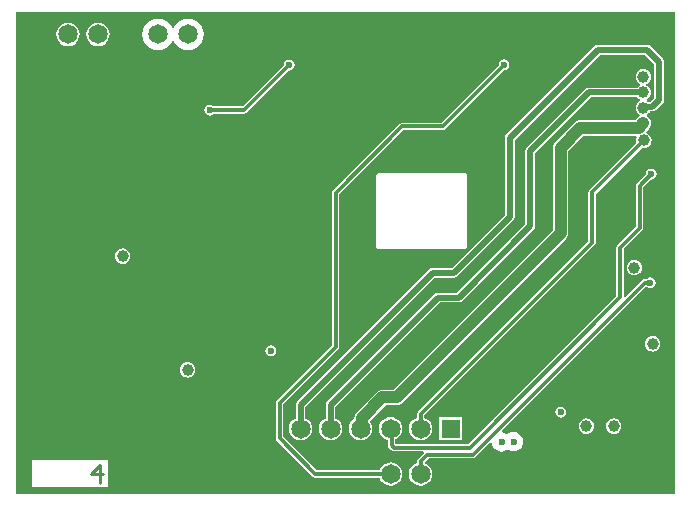
<source format=gbl>
G04*
G04 #@! TF.GenerationSoftware,Altium Limited,Altium Designer,20.0.13 (296)*
G04*
G04 Layer_Physical_Order=4*
G04 Layer_Color=16711680*
%FSLAX25Y25*%
%MOIN*%
G70*
G01*
G75*
%ADD56C,0.01200*%
%ADD57C,0.02000*%
%ADD58C,0.01181*%
%ADD60C,0.03937*%
%ADD61C,0.01000*%
%ADD62C,0.03937*%
%ADD63R,0.06496X0.06496*%
%ADD64C,0.06496*%
%ADD65C,0.02362*%
%ADD66C,0.01968*%
G36*
X221063Y1535D02*
X1575D01*
Y162205D01*
X221063D01*
Y1535D01*
D02*
G37*
%LPC*%
G36*
X58740Y159978D02*
X57370Y159798D01*
X56093Y159269D01*
X54997Y158428D01*
X54156Y157332D01*
X53990Y156931D01*
X53490D01*
X53324Y157332D01*
X52483Y158428D01*
X51387Y159269D01*
X50110Y159798D01*
X48740Y159978D01*
X47370Y159798D01*
X46093Y159269D01*
X44997Y158428D01*
X44156Y157332D01*
X43627Y156055D01*
X43447Y154685D01*
X43627Y153315D01*
X44156Y152038D01*
X44997Y150942D01*
X46093Y150101D01*
X47370Y149572D01*
X48740Y149392D01*
X50110Y149572D01*
X51387Y150101D01*
X52483Y150942D01*
X53324Y152038D01*
X53490Y152439D01*
X53990D01*
X54156Y152038D01*
X54997Y150942D01*
X56093Y150101D01*
X57370Y149572D01*
X58740Y149392D01*
X60110Y149572D01*
X61387Y150101D01*
X62483Y150942D01*
X63324Y152038D01*
X63853Y153315D01*
X64033Y154685D01*
X63853Y156055D01*
X63324Y157332D01*
X62483Y158428D01*
X61387Y159269D01*
X60110Y159798D01*
X58740Y159978D01*
D02*
G37*
G36*
X28740Y158557D02*
X27738Y158425D01*
X26804Y158038D01*
X26002Y157423D01*
X25387Y156621D01*
X25000Y155687D01*
X24869Y154685D01*
X25000Y153683D01*
X25387Y152749D01*
X26002Y151947D01*
X26804Y151332D01*
X27738Y150945D01*
X28740Y150813D01*
X29742Y150945D01*
X30676Y151332D01*
X31478Y151947D01*
X32093Y152749D01*
X32480Y153683D01*
X32612Y154685D01*
X32480Y155687D01*
X32093Y156621D01*
X31478Y157423D01*
X30676Y158038D01*
X29742Y158425D01*
X28740Y158557D01*
D02*
G37*
G36*
X18740D02*
X17738Y158425D01*
X16804Y158038D01*
X16002Y157423D01*
X15387Y156621D01*
X15000Y155687D01*
X14868Y154685D01*
X15000Y153683D01*
X15387Y152749D01*
X16002Y151947D01*
X16804Y151332D01*
X17738Y150945D01*
X18740Y150813D01*
X19742Y150945D01*
X20676Y151332D01*
X21478Y151947D01*
X22093Y152749D01*
X22480Y153683D01*
X22612Y154685D01*
X22480Y155687D01*
X22093Y156621D01*
X21478Y157423D01*
X20676Y158038D01*
X19742Y158425D01*
X18740Y158557D01*
D02*
G37*
G36*
X164094Y146373D02*
X163403Y146236D01*
X162817Y145844D01*
X162426Y145258D01*
X162288Y144567D01*
X162303Y144492D01*
X143159Y125348D01*
X130197D01*
X130197Y125348D01*
X129732Y125255D01*
X129339Y124992D01*
X129339Y124992D01*
X107104Y102758D01*
X106841Y102364D01*
X106749Y101900D01*
X106749Y101900D01*
Y51103D01*
X88394Y32748D01*
X88130Y32354D01*
X88038Y31890D01*
X88038Y31890D01*
Y20118D01*
X88038Y20118D01*
X88130Y19654D01*
X88394Y19260D01*
X100362Y7291D01*
X100362Y7291D01*
X100756Y7028D01*
X101221Y6936D01*
X101221Y6936D01*
X122608D01*
X122907Y6214D01*
X123522Y5412D01*
X124324Y4797D01*
X125258Y4410D01*
X126260Y4278D01*
X127262Y4410D01*
X128196Y4797D01*
X128998Y5412D01*
X129613Y6214D01*
X130000Y7147D01*
X130131Y8150D01*
X130000Y9152D01*
X129613Y10086D01*
X128998Y10887D01*
X128196Y11503D01*
X127262Y11889D01*
X126260Y12021D01*
X125258Y11889D01*
X124324Y11503D01*
X123522Y10887D01*
X122907Y10086D01*
X122608Y9364D01*
X101723D01*
X90466Y20621D01*
Y31387D01*
X108821Y49742D01*
X108821Y49742D01*
X109084Y50136D01*
X109177Y50600D01*
X109177Y50600D01*
Y101397D01*
X130700Y122920D01*
X143661D01*
X143661Y122920D01*
X144126Y123012D01*
X144520Y123275D01*
X164020Y142775D01*
X164094Y142761D01*
X164786Y142898D01*
X165372Y143290D01*
X165763Y143876D01*
X165901Y144567D01*
X165763Y145258D01*
X165372Y145844D01*
X164786Y146236D01*
X164094Y146373D01*
D02*
G37*
G36*
X92480Y146295D02*
X91789Y146157D01*
X91203Y145765D01*
X90812Y145179D01*
X90674Y144488D01*
X90689Y144413D01*
X76977Y130702D01*
X67264D01*
X67222Y130765D01*
X66636Y131157D01*
X65945Y131295D01*
X65254Y131157D01*
X64668Y130765D01*
X64276Y130179D01*
X64139Y129488D01*
X64276Y128797D01*
X64668Y128211D01*
X65254Y127819D01*
X65945Y127682D01*
X66636Y127819D01*
X67222Y128211D01*
X67264Y128274D01*
X77480D01*
X77480Y128274D01*
X77945Y128367D01*
X78339Y128630D01*
X92405Y142697D01*
X92480Y142682D01*
X93172Y142819D01*
X93758Y143211D01*
X94149Y143797D01*
X94287Y144488D01*
X94149Y145179D01*
X93758Y145765D01*
X93172Y146157D01*
X92480Y146295D01*
D02*
G37*
G36*
X211811Y151189D02*
X195354D01*
X194734Y151065D01*
X194208Y150714D01*
X164916Y121422D01*
X164565Y120896D01*
X164441Y120276D01*
Y94609D01*
X146700Y76868D01*
X140325D01*
X139704Y76744D01*
X139178Y76393D01*
X95113Y32328D01*
X94762Y31802D01*
X94638Y31181D01*
Y26790D01*
X94324Y26660D01*
X93522Y26045D01*
X92907Y25243D01*
X92520Y24309D01*
X92388Y23307D01*
X92520Y22305D01*
X92907Y21371D01*
X93522Y20569D01*
X94324Y19954D01*
X95258Y19567D01*
X96260Y19435D01*
X97262Y19567D01*
X98196Y19954D01*
X98998Y20569D01*
X99613Y21371D01*
X100000Y22305D01*
X100132Y23307D01*
X100000Y24309D01*
X99613Y25243D01*
X98998Y26045D01*
X98196Y26660D01*
X97882Y26790D01*
Y30509D01*
X140997Y73624D01*
X147372D01*
X147993Y73748D01*
X148519Y74099D01*
X167210Y92790D01*
X167561Y93316D01*
X167685Y93937D01*
Y119604D01*
X196026Y147945D01*
X211139D01*
X214244Y144840D01*
Y133624D01*
X212888Y132268D01*
X212119D01*
X211802Y132511D01*
X211722Y132544D01*
Y133086D01*
X211802Y133119D01*
X212337Y133529D01*
X212747Y134064D01*
X213005Y134686D01*
X213093Y135354D01*
X213005Y136022D01*
X212747Y136645D01*
X212337Y137179D01*
X211802Y137590D01*
X211579Y137682D01*
Y138223D01*
X211802Y138316D01*
X212337Y138726D01*
X212747Y139261D01*
X213005Y139883D01*
X213093Y140551D01*
X213005Y141219D01*
X212747Y141842D01*
X212337Y142376D01*
X211802Y142787D01*
X211180Y143044D01*
X210512Y143132D01*
X209844Y143044D01*
X209221Y142787D01*
X208687Y142376D01*
X208277Y141842D01*
X208019Y141219D01*
X207931Y140551D01*
X208019Y139883D01*
X208277Y139261D01*
X208687Y138726D01*
X209221Y138316D01*
X209445Y138223D01*
Y137682D01*
X209221Y137590D01*
X208687Y137179D01*
X208518Y136960D01*
X192283D01*
X192283Y136960D01*
X191669Y136838D01*
X191148Y136490D01*
X191148Y136490D01*
X171699Y117041D01*
X171351Y116520D01*
X171229Y115905D01*
X171229Y115905D01*
Y91531D01*
X148311Y68613D01*
X142008D01*
X141393Y68491D01*
X140873Y68143D01*
X140873Y68143D01*
X105124Y32395D01*
X104776Y31874D01*
X104654Y31260D01*
X104654Y31260D01*
Y26797D01*
X104324Y26660D01*
X103522Y26045D01*
X102907Y25243D01*
X102520Y24309D01*
X102388Y23307D01*
X102520Y22305D01*
X102907Y21371D01*
X103522Y20569D01*
X104324Y19954D01*
X105258Y19567D01*
X106260Y19435D01*
X107262Y19567D01*
X108196Y19954D01*
X108998Y20569D01*
X109613Y21371D01*
X110000Y22305D01*
X110132Y23307D01*
X110000Y24309D01*
X109613Y25243D01*
X108998Y26045D01*
X108196Y26660D01*
X107866Y26797D01*
Y30595D01*
X142673Y65402D01*
X148976D01*
X148976Y65402D01*
X149591Y65524D01*
X150112Y65873D01*
X173970Y89731D01*
X174318Y90252D01*
X174440Y90866D01*
X174440Y90866D01*
Y115240D01*
X192948Y133749D01*
X208518D01*
X208687Y133529D01*
X209221Y133119D01*
X209302Y133086D01*
Y132544D01*
X209221Y132511D01*
X208687Y132101D01*
X208277Y131566D01*
X208019Y130944D01*
X207931Y130276D01*
X208019Y129607D01*
X208277Y128985D01*
X208687Y128451D01*
X209221Y128040D01*
X209397Y127967D01*
Y127426D01*
X209221Y127353D01*
X208687Y126943D01*
X207865Y126121D01*
X189564D01*
X188896Y126033D01*
X188273Y125776D01*
X187739Y125365D01*
X181167Y118794D01*
X180757Y118259D01*
X180499Y117637D01*
X180411Y116969D01*
Y89455D01*
X127238Y36282D01*
X123543D01*
X122875Y36194D01*
X122253Y35936D01*
X121718Y35526D01*
X114924Y28732D01*
X114514Y28198D01*
X114256Y27575D01*
X114168Y26907D01*
Y26541D01*
X113522Y26045D01*
X112907Y25243D01*
X112520Y24309D01*
X112388Y23307D01*
X112520Y22305D01*
X112907Y21371D01*
X113522Y20569D01*
X114324Y19954D01*
X115258Y19567D01*
X116260Y19435D01*
X117262Y19567D01*
X118196Y19954D01*
X118998Y20569D01*
X119613Y21371D01*
X120000Y22305D01*
X120132Y23307D01*
X120000Y24309D01*
X119613Y25243D01*
X119331Y25611D01*
Y25838D01*
X124612Y31120D01*
X128307D01*
X128975Y31208D01*
X129598Y31466D01*
X130132Y31876D01*
X184817Y86561D01*
X185228Y87095D01*
X185485Y87718D01*
X185573Y88386D01*
Y115899D01*
X190633Y120959D01*
X208112D01*
X208385Y120459D01*
X208212Y120042D01*
X208124Y119374D01*
X208212Y118705D01*
X208238Y118642D01*
X192534Y102938D01*
X192273Y102548D01*
X192182Y102087D01*
X192182Y102087D01*
Y85735D01*
X135408Y28962D01*
X135147Y28571D01*
X135056Y28110D01*
X135056Y28110D01*
Y26963D01*
X134324Y26660D01*
X133522Y26045D01*
X132907Y25243D01*
X132520Y24309D01*
X132388Y23307D01*
X132520Y22305D01*
X132907Y21371D01*
X133522Y20569D01*
X134324Y19954D01*
X135258Y19567D01*
X136260Y19435D01*
X137262Y19567D01*
X138196Y19954D01*
X138998Y20569D01*
X139613Y21371D01*
X140000Y22305D01*
X140131Y23307D01*
X140000Y24309D01*
X139613Y25243D01*
X138998Y26045D01*
X138196Y26660D01*
X137464Y26963D01*
Y27611D01*
X194237Y84385D01*
X194237Y84385D01*
X194498Y84775D01*
X194590Y85236D01*
X194590Y85236D01*
Y101588D01*
X209928Y116926D01*
X210037Y116880D01*
X210705Y116793D01*
X211373Y116880D01*
X211996Y117138D01*
X212530Y117549D01*
X212941Y118083D01*
X213198Y118705D01*
X213286Y119374D01*
X213198Y120042D01*
X212941Y120664D01*
X212530Y121199D01*
X211996Y121609D01*
X211546Y121795D01*
X211373Y122329D01*
X212337Y123293D01*
X212747Y123828D01*
X213005Y124450D01*
X213093Y125118D01*
X213005Y125786D01*
X212747Y126409D01*
X212337Y126943D01*
X211802Y127353D01*
X211627Y127426D01*
Y127967D01*
X211802Y128040D01*
X212337Y128451D01*
X212747Y128985D01*
X212764Y129025D01*
X213560D01*
X214180Y129148D01*
X214706Y129499D01*
X217013Y131806D01*
X217364Y132332D01*
X217488Y132953D01*
Y145512D01*
X217364Y146132D01*
X217013Y146659D01*
X212958Y150714D01*
X212432Y151065D01*
X211811Y151189D01*
D02*
G37*
G36*
X213150Y109956D02*
X212458Y109818D01*
X211872Y109427D01*
X211481Y108841D01*
X211343Y108150D01*
X211358Y108075D01*
X208472Y105189D01*
X208209Y104795D01*
X208117Y104331D01*
X208117Y104331D01*
Y90739D01*
X201898Y84520D01*
X201634Y84126D01*
X201542Y83661D01*
X201542Y83661D01*
Y67589D01*
X152174Y18222D01*
X127907D01*
Y19834D01*
X128196Y19954D01*
X128998Y20569D01*
X129613Y21371D01*
X130000Y22305D01*
X130131Y23307D01*
X130000Y24309D01*
X129613Y25243D01*
X128998Y26045D01*
X128196Y26660D01*
X127262Y27047D01*
X126260Y27179D01*
X125258Y27047D01*
X124324Y26660D01*
X123522Y26045D01*
X122907Y25243D01*
X122520Y24309D01*
X122388Y23307D01*
X122520Y22305D01*
X122907Y21371D01*
X123522Y20569D01*
X124324Y19954D01*
X125258Y19567D01*
X125479Y19538D01*
Y17711D01*
X125479Y17711D01*
X125571Y17246D01*
X125835Y16852D01*
X126538Y16150D01*
X126538Y16150D01*
X126931Y15886D01*
X127396Y15794D01*
X127396Y15794D01*
X137163D01*
X137371Y15294D01*
X135408Y13332D01*
X135147Y12941D01*
X135056Y12480D01*
X135056Y12480D01*
Y11806D01*
X134324Y11503D01*
X133522Y10887D01*
X132907Y10086D01*
X132520Y9152D01*
X132388Y8150D01*
X132520Y7147D01*
X132907Y6214D01*
X133522Y5412D01*
X134324Y4797D01*
X135258Y4410D01*
X136260Y4278D01*
X137262Y4410D01*
X138196Y4797D01*
X138998Y5412D01*
X139613Y6214D01*
X140000Y7147D01*
X140131Y8150D01*
X140000Y9152D01*
X139613Y10086D01*
X138998Y10887D01*
X138196Y11503D01*
X137840Y11650D01*
X137722Y12240D01*
X138924Y13441D01*
X153740D01*
X153740Y13441D01*
X154201Y13533D01*
X154592Y13794D01*
X159556Y18758D01*
X160083Y18579D01*
X160157Y18020D01*
X160478Y17246D01*
X160988Y16581D01*
X161652Y16071D01*
X162426Y15751D01*
X163256Y15642D01*
X164087Y15751D01*
X164861Y16071D01*
X165337Y16437D01*
X165683Y16171D01*
X166457Y15851D01*
X167288Y15741D01*
X168118Y15851D01*
X168892Y16171D01*
X169556Y16681D01*
X170066Y17346D01*
X170387Y18120D01*
X170496Y18950D01*
X170387Y19780D01*
X170066Y20554D01*
X169556Y21219D01*
X168892Y21729D01*
X168118Y22049D01*
X167288Y22159D01*
X166457Y22049D01*
X165683Y21729D01*
X165207Y21363D01*
X164861Y21629D01*
X164087Y21949D01*
X163528Y22023D01*
X163348Y22551D01*
X211498Y70701D01*
X211597Y70691D01*
X212183Y70300D01*
X212874Y70162D01*
X213565Y70300D01*
X214151Y70691D01*
X214543Y71277D01*
X214680Y71969D01*
X214543Y72660D01*
X214151Y73246D01*
X213565Y73637D01*
X212874Y73775D01*
X212183Y73637D01*
X211597Y73246D01*
X211547Y73172D01*
X211062D01*
X211062Y73172D01*
X210601Y73080D01*
X210210Y72819D01*
X204464Y67072D01*
X203970Y67286D01*
Y83159D01*
X210189Y89378D01*
X210189Y89378D01*
X210452Y89772D01*
X210545Y90236D01*
X210545Y90236D01*
Y103828D01*
X213075Y106358D01*
X213150Y106343D01*
X213841Y106481D01*
X214427Y106872D01*
X214819Y107458D01*
X214956Y108150D01*
X214819Y108841D01*
X214427Y109427D01*
X213841Y109818D01*
X213150Y109956D01*
D02*
G37*
G36*
X151142Y108513D02*
X122205D01*
X121753Y108326D01*
X121565Y107874D01*
Y83976D01*
X121753Y83524D01*
X122205Y83337D01*
X151142D01*
X151594Y83524D01*
X151781Y83976D01*
Y107874D01*
X151594Y108326D01*
X151142Y108513D01*
D02*
G37*
G36*
X36929Y83408D02*
X36261Y83320D01*
X35639Y83062D01*
X35104Y82652D01*
X34694Y82117D01*
X34436Y81495D01*
X34348Y80827D01*
X34436Y80159D01*
X34694Y79536D01*
X35104Y79002D01*
X35639Y78591D01*
X36261Y78334D01*
X36929Y78246D01*
X37597Y78334D01*
X38220Y78591D01*
X38754Y79002D01*
X39164Y79536D01*
X39422Y80159D01*
X39510Y80827D01*
X39422Y81495D01*
X39164Y82117D01*
X38754Y82652D01*
X38220Y83062D01*
X37597Y83320D01*
X36929Y83408D01*
D02*
G37*
G36*
X207520Y79550D02*
X206852Y79462D01*
X206229Y79204D01*
X205695Y78794D01*
X205284Y78259D01*
X205027Y77636D01*
X204939Y76968D01*
X205027Y76300D01*
X205284Y75678D01*
X205695Y75143D01*
X206229Y74733D01*
X206852Y74475D01*
X207520Y74387D01*
X208188Y74475D01*
X208810Y74733D01*
X209345Y75143D01*
X209755Y75678D01*
X210013Y76300D01*
X210101Y76968D01*
X210013Y77636D01*
X209755Y78259D01*
X209345Y78794D01*
X208810Y79204D01*
X208188Y79462D01*
X207520Y79550D01*
D02*
G37*
G36*
X213661Y54117D02*
X212993Y54029D01*
X212371Y53771D01*
X211836Y53361D01*
X211426Y52826D01*
X211168Y52204D01*
X211080Y51535D01*
X211168Y50867D01*
X211426Y50245D01*
X211836Y49710D01*
X212371Y49300D01*
X212993Y49042D01*
X213661Y48954D01*
X214330Y49042D01*
X214952Y49300D01*
X215487Y49710D01*
X215897Y50245D01*
X216155Y50867D01*
X216243Y51535D01*
X216155Y52204D01*
X215897Y52826D01*
X215487Y53361D01*
X214952Y53771D01*
X214330Y54029D01*
X213661Y54117D01*
D02*
G37*
G36*
X86339Y51098D02*
X85647Y50960D01*
X85061Y50569D01*
X84670Y49983D01*
X84532Y49291D01*
X84670Y48600D01*
X85061Y48014D01*
X85647Y47622D01*
X86339Y47485D01*
X87030Y47622D01*
X87616Y48014D01*
X88007Y48600D01*
X88145Y49291D01*
X88007Y49983D01*
X87616Y50569D01*
X87030Y50960D01*
X86339Y51098D01*
D02*
G37*
G36*
X58622Y45494D02*
X57954Y45407D01*
X57332Y45149D01*
X56797Y44739D01*
X56387Y44204D01*
X56129Y43581D01*
X56041Y42913D01*
X56129Y42245D01*
X56387Y41623D01*
X56797Y41088D01*
X57332Y40678D01*
X57954Y40420D01*
X58622Y40332D01*
X59290Y40420D01*
X59913Y40678D01*
X60447Y41088D01*
X60857Y41623D01*
X61115Y42245D01*
X61203Y42913D01*
X61115Y43581D01*
X60857Y44204D01*
X60447Y44739D01*
X59913Y45149D01*
X59290Y45407D01*
X58622Y45494D01*
D02*
G37*
G36*
X182953Y30586D02*
X182262Y30448D01*
X181676Y30057D01*
X181284Y29471D01*
X181146Y28780D01*
X181284Y28088D01*
X181676Y27502D01*
X182262Y27111D01*
X182953Y26973D01*
X183644Y27111D01*
X184230Y27502D01*
X184622Y28088D01*
X184759Y28780D01*
X184622Y29471D01*
X184230Y30057D01*
X183644Y30448D01*
X182953Y30586D01*
D02*
G37*
G36*
X200630Y26754D02*
X199962Y26666D01*
X199339Y26409D01*
X198805Y25998D01*
X198395Y25464D01*
X198137Y24841D01*
X198049Y24173D01*
X198137Y23505D01*
X198395Y22883D01*
X198805Y22348D01*
X199339Y21938D01*
X199962Y21680D01*
X200630Y21592D01*
X201298Y21680D01*
X201921Y21938D01*
X202455Y22348D01*
X202865Y22883D01*
X203123Y23505D01*
X203211Y24173D01*
X203123Y24841D01*
X202865Y25464D01*
X202455Y25998D01*
X201921Y26409D01*
X201298Y26666D01*
X200630Y26754D01*
D02*
G37*
G36*
X191575D02*
X190907Y26666D01*
X190284Y26409D01*
X189750Y25998D01*
X189339Y25464D01*
X189082Y24841D01*
X188994Y24173D01*
X189082Y23505D01*
X189339Y22883D01*
X189750Y22348D01*
X190284Y21938D01*
X190907Y21680D01*
X191575Y21592D01*
X192243Y21680D01*
X192865Y21938D01*
X193400Y22348D01*
X193810Y22883D01*
X194068Y23505D01*
X194156Y24173D01*
X194068Y24841D01*
X193810Y25464D01*
X193400Y25998D01*
X192865Y26409D01*
X192243Y26666D01*
X191575Y26754D01*
D02*
G37*
G36*
X150098Y27146D02*
X142421D01*
Y19468D01*
X150098D01*
Y27146D01*
D02*
G37*
G36*
X32244Y12913D02*
X6890D01*
Y3819D01*
X24961D01*
Y3740D01*
X32077D01*
Y3819D01*
X32244D01*
Y12913D01*
D02*
G37*
%LPD*%
D56*
X152677Y17008D02*
X202756Y67087D01*
Y83661D02*
X209331Y90236D01*
X202756Y67087D02*
Y83661D01*
X127396Y17008D02*
X152677D01*
X107963Y101900D02*
X130197Y124134D01*
X143661D02*
X164094Y144567D01*
X130197Y124134D02*
X143661D01*
X89252Y20118D02*
Y31890D01*
X107963Y50600D02*
Y101900D01*
X89252Y31890D02*
X107963Y50600D01*
X77480Y129488D02*
X92480Y144488D01*
X65945Y129488D02*
X77480D01*
X101221Y8150D02*
X126260D01*
X89252Y20118D02*
X101221Y8150D01*
X209331Y90236D02*
Y104331D01*
X213150Y108150D01*
X126693Y17711D02*
Y22874D01*
Y17711D02*
X127396Y17008D01*
X126260Y23307D02*
X126693Y22874D01*
D57*
X147372Y75246D02*
X166063Y93937D01*
Y120276D02*
X195354Y149567D01*
X166063Y93937D02*
Y120276D01*
X96260Y23307D02*
Y31181D01*
X140325Y75246D02*
X147372D01*
X96260Y31181D02*
X140325Y75246D01*
X195354Y149567D02*
X211811D01*
X215866Y145512D01*
Y132953D02*
Y145512D01*
X213560Y130646D02*
X215866Y132953D01*
X210882Y130646D02*
X213560D01*
X210512Y130276D02*
X210882Y130646D01*
D58*
X212873Y71967D02*
X212874Y71969D01*
X211062Y71967D02*
X212873D01*
X153740Y14646D02*
X211062Y71967D01*
X138425Y14646D02*
X153740D01*
X136260Y8150D02*
Y12480D01*
X138425Y14646D01*
X193386Y102087D02*
X210673Y119374D01*
X210705D01*
X136260Y28110D02*
X193386Y85236D01*
X136260Y23307D02*
Y28110D01*
X193386Y85236D02*
Y102087D01*
D60*
X189564Y123540D02*
X208934D01*
X210512Y125118D01*
X182992Y116969D02*
X189564Y123540D01*
X182992Y88386D02*
Y116969D01*
X123543Y33701D02*
X128307D01*
X182992Y88386D01*
X116260Y23307D02*
X116750Y23797D01*
Y26907D01*
X123543Y33701D01*
D61*
X29503Y5331D02*
Y11234D01*
X26551Y8282D01*
X30487D01*
D62*
X200630Y24173D02*
D03*
X191575D02*
D03*
X213661Y51535D02*
D03*
X36929Y80827D02*
D03*
X210705Y119374D02*
D03*
X210512Y125118D02*
D03*
Y135354D02*
D03*
X58622Y42913D02*
D03*
X210512Y130276D02*
D03*
Y140551D02*
D03*
X207520Y76968D02*
D03*
D63*
X146339Y8150D02*
D03*
X8740Y154685D02*
D03*
X146260Y23307D02*
D03*
D64*
X136260Y8150D02*
D03*
X126260D02*
D03*
X28740Y154685D02*
D03*
X18740D02*
D03*
X38740D02*
D03*
X48740D02*
D03*
X58740D02*
D03*
X96260Y23307D02*
D03*
X106260D02*
D03*
X116260D02*
D03*
X136260D02*
D03*
X126260D02*
D03*
D65*
X163256Y18850D02*
D03*
X167288Y18950D02*
D03*
X182953Y28780D02*
D03*
X212874Y71969D02*
D03*
X208268Y25354D02*
D03*
X4173Y14685D02*
D03*
X30089Y15314D02*
D03*
X31693Y33386D02*
D03*
X32008Y47638D02*
D03*
X31693Y119961D02*
D03*
X69095Y155709D02*
D03*
X68465Y149724D02*
D03*
X66929Y142756D02*
D03*
X63898Y145984D02*
D03*
X56968Y73819D02*
D03*
X41457Y76929D02*
D03*
X27126Y104016D02*
D03*
X26299Y139842D02*
D03*
X38583Y137953D02*
D03*
X31732Y145394D02*
D03*
X38865Y145386D02*
D03*
X46137Y145528D02*
D03*
X54976Y143104D02*
D03*
X59095Y138268D02*
D03*
X52267Y138685D02*
D03*
X44291Y139685D02*
D03*
X61968Y119291D02*
D03*
X54134Y119724D02*
D03*
X45866Y118583D02*
D03*
X62835Y104055D02*
D03*
X54843Y103740D02*
D03*
X48845Y103896D02*
D03*
X21186Y77662D02*
D03*
X13504Y77362D02*
D03*
X26024Y68425D02*
D03*
X37520Y68543D02*
D03*
X43858Y65827D02*
D03*
X47323Y68661D02*
D03*
X29882Y76417D02*
D03*
X59961Y78661D02*
D03*
X54331Y78311D02*
D03*
X46654Y77795D02*
D03*
X51614Y84291D02*
D03*
X58622Y85158D02*
D03*
X63583Y84291D02*
D03*
X64921Y57953D02*
D03*
X61339Y53504D02*
D03*
X54173Y49606D02*
D03*
X46457Y46850D02*
D03*
X212638Y28307D02*
D03*
X101693Y3622D02*
D03*
X92441Y4370D02*
D03*
X83976Y2874D02*
D03*
X65276Y3386D02*
D03*
X74488Y3110D02*
D03*
X75000Y13858D02*
D03*
X69764Y13110D02*
D03*
X55551Y4134D02*
D03*
X48583D02*
D03*
X43347D02*
D03*
X37835Y4606D02*
D03*
X46063Y8622D02*
D03*
X51063Y8110D02*
D03*
X50551Y13583D02*
D03*
X46063Y13347D02*
D03*
X29646Y24055D02*
D03*
X28622Y29055D02*
D03*
X26142Y19094D02*
D03*
X18898Y15827D02*
D03*
X17913Y21339D02*
D03*
X13189Y17835D02*
D03*
X7437Y19334D02*
D03*
X5945Y24803D02*
D03*
X11693Y30551D02*
D03*
X12165Y24567D02*
D03*
X18425Y28071D02*
D03*
X22402Y24567D02*
D03*
X22913Y31811D02*
D03*
X18150Y31535D02*
D03*
X6929D02*
D03*
X209646Y7126D02*
D03*
X218858Y17835D02*
D03*
X213858Y97874D02*
D03*
X214124Y86651D02*
D03*
X213858Y79173D02*
D03*
X218425Y23071D02*
D03*
X217362Y35551D02*
D03*
X217598Y29291D02*
D03*
X207402Y20079D02*
D03*
X192677Y6850D02*
D03*
X196181Y12362D02*
D03*
X200276Y18543D02*
D03*
X202480Y11772D02*
D03*
X201890Y5630D02*
D03*
X215869Y5373D02*
D03*
X215276Y12913D02*
D03*
X208386Y14095D02*
D03*
X213228Y59252D02*
D03*
X213386Y21654D02*
D03*
X25394Y53858D02*
D03*
X29724Y53976D02*
D03*
X29528Y60787D02*
D03*
X25157Y97716D02*
D03*
X32835Y97677D02*
D03*
X68541Y74705D02*
D03*
X65256Y73988D02*
D03*
X62269Y72444D02*
D03*
X59743Y70225D02*
D03*
X57366Y67847D02*
D03*
X54989Y65470D02*
D03*
X52611Y63092D02*
D03*
X49980Y60999D02*
D03*
X46697Y60275D02*
D03*
X43335D02*
D03*
X40002Y60720D02*
D03*
X36643Y60568D02*
D03*
X33289Y60807D02*
D03*
X33679Y53997D02*
D03*
X43741Y54528D02*
D03*
X47103Y54558D02*
D03*
X50425Y55073D02*
D03*
X53497Y56439D02*
D03*
X56151Y58504D02*
D03*
X58528Y60882D02*
D03*
X60906Y63259D02*
D03*
X63283Y65636D02*
D03*
X65749Y67922D02*
D03*
X81534Y70482D02*
D03*
X81313Y73837D02*
D03*
X67279Y97204D02*
D03*
X63916D02*
D03*
X60554D02*
D03*
X57192D02*
D03*
X53830D02*
D03*
X50468D02*
D03*
X47105D02*
D03*
X43743D02*
D03*
X37045Y97696D02*
D03*
X42055Y91045D02*
D03*
X45392Y91457D02*
D03*
X48754D02*
D03*
X52116D02*
D03*
X55479D02*
D03*
X58841D02*
D03*
X62203D02*
D03*
X65565D02*
D03*
X81534Y92923D02*
D03*
X89528Y145827D02*
D03*
X87241Y143313D02*
D03*
X84864Y140935D02*
D03*
X82486Y138558D02*
D03*
X67967Y132232D02*
D03*
X64626Y132606D02*
D03*
X61273Y132361D02*
D03*
X57911D02*
D03*
X54548D02*
D03*
X51186D02*
D03*
X47824D02*
D03*
X44462D02*
D03*
X41100D02*
D03*
X37751Y132657D02*
D03*
X34388Y132657D02*
D03*
X31063Y132598D02*
D03*
X29409Y125748D02*
D03*
X33622D02*
D03*
X41506Y126615D02*
D03*
X44868D02*
D03*
X48230D02*
D03*
X51592D02*
D03*
X54954D02*
D03*
X58317D02*
D03*
X61679D02*
D03*
X65017Y126208D02*
D03*
X83659Y131603D02*
D03*
X86036Y133981D02*
D03*
X88414Y136358D02*
D03*
X90791Y138736D02*
D03*
X93169Y141113D02*
D03*
X95675Y143354D02*
D03*
X65945Y129488D02*
D03*
X164094Y144567D02*
D03*
X92480Y144488D02*
D03*
X213150Y108150D02*
D03*
X86339Y49291D02*
D03*
D66*
X106260Y23307D02*
Y31260D01*
X142008Y67008D02*
X148976D01*
X106260Y31260D02*
X142008Y67008D01*
X172835Y115905D02*
X192283Y135354D01*
X148976Y67008D02*
X172835Y90866D01*
Y115905D01*
X192283Y135354D02*
X210512D01*
M02*

</source>
